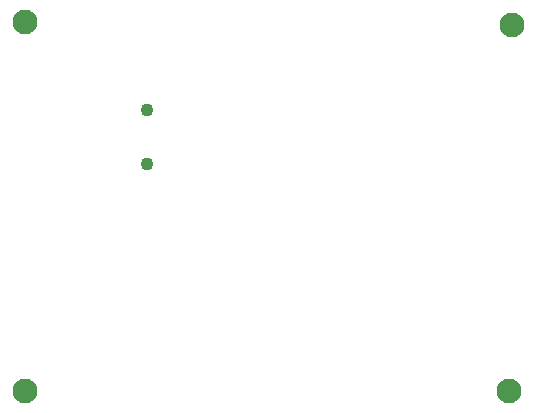
<source format=gbr>
%TF.GenerationSoftware,KiCad,Pcbnew,8.0.8*%
%TF.CreationDate,2025-06-30T12:25:28+05:30*%
%TF.ProjectId,ATtiny85,41547469-6e79-4383-952e-6b696361645f,rev?*%
%TF.SameCoordinates,Original*%
%TF.FileFunction,NonPlated,1,2,NPTH,Drill*%
%TF.FilePolarity,Positive*%
%FSLAX46Y46*%
G04 Gerber Fmt 4.6, Leading zero omitted, Abs format (unit mm)*
G04 Created by KiCad (PCBNEW 8.0.8) date 2025-06-30 12:25:28*
%MOMM*%
%LPD*%
G01*
G04 APERTURE LIST*
%TA.AperFunction,ComponentDrill*%
%ADD10C,1.100000*%
%TD*%
%TA.AperFunction,ComponentDrill*%
%ADD11C,2.100000*%
%TD*%
G04 APERTURE END LIST*
D10*
%TO.C,J1*%
X119525000Y-70000000D03*
X119525000Y-74600000D03*
D11*
%TO.C,H1*%
X109200000Y-62600000D03*
%TO.C,H4*%
X109200000Y-93800000D03*
%TO.C,H3*%
X150200000Y-93800000D03*
%TO.C,H2*%
X150400000Y-62800000D03*
M02*

</source>
